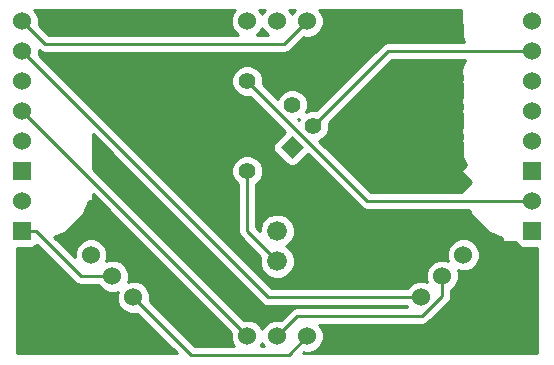
<source format=gtl>
G04 (created by PCBNEW (2011-nov-30)-testing) date Wed 12 Sep 2012 01:04:55 AM CST*
%MOIN*%
G04 Gerber Fmt 3.4, Leading zero omitted, Abs format*
%FSLAX34Y34*%
G01*
G70*
G90*
G04 APERTURE LIST*
%ADD10C,0.006*%
%ADD11C,0.06*%
%ADD12C,0.055*%
%ADD13R,0.06X0.06*%
%ADD14C,0.066*%
%ADD15C,0.01*%
G04 APERTURE END LIST*
G54D10*
G54D11*
X27500Y-28000D03*
X28500Y-28000D03*
X29500Y-28000D03*
X29500Y-17500D03*
X28500Y-17500D03*
X27500Y-17500D03*
X22293Y-25293D03*
X23000Y-26000D03*
X23707Y-26707D03*
X33293Y-26707D03*
X34000Y-26000D03*
X34707Y-25293D03*
G54D10*
G36*
X29000Y-21318D02*
X29389Y-21707D01*
X29000Y-22096D01*
X28611Y-21707D01*
X29000Y-21318D01*
X29000Y-21318D01*
G37*
G54D12*
X29707Y-21000D03*
X29000Y-20293D03*
X27500Y-22500D03*
X27500Y-19500D03*
G54D13*
X20000Y-24500D03*
G54D11*
X20000Y-23500D03*
G54D13*
X37000Y-24500D03*
G54D11*
X37000Y-23500D03*
G54D13*
X20000Y-22500D03*
G54D11*
X20000Y-21500D03*
X20000Y-20500D03*
X20000Y-19500D03*
X20000Y-18500D03*
X20000Y-17500D03*
G54D13*
X37000Y-22500D03*
G54D11*
X37000Y-21500D03*
X37000Y-20500D03*
X37000Y-19500D03*
X37000Y-18500D03*
X37000Y-17500D03*
G54D14*
X28500Y-25500D03*
X28500Y-24500D03*
G54D15*
X27500Y-24500D02*
X27500Y-22500D01*
X28500Y-25500D02*
X27500Y-24500D01*
X31500Y-23500D02*
X27500Y-19500D01*
X37000Y-23500D02*
X31500Y-23500D01*
X28877Y-28623D02*
X29500Y-28000D01*
X25623Y-28623D02*
X28877Y-28623D01*
X23707Y-26707D02*
X25623Y-28623D01*
X32207Y-18500D02*
X29707Y-21000D01*
X37000Y-18500D02*
X32207Y-18500D01*
X28207Y-26707D02*
X33293Y-26707D01*
X20000Y-18500D02*
X28207Y-26707D01*
X28738Y-18262D02*
X29500Y-17500D01*
X20762Y-18262D02*
X28738Y-18262D01*
X20000Y-17500D02*
X20762Y-18262D01*
X21953Y-26000D02*
X23000Y-26000D01*
X20453Y-24500D02*
X21953Y-26000D01*
X20000Y-24500D02*
X20453Y-24500D01*
X29169Y-27331D02*
X28500Y-28000D01*
X33320Y-27331D02*
X29169Y-27331D01*
X34000Y-26651D02*
X33320Y-27331D01*
X34000Y-26000D02*
X34000Y-26651D01*
X20000Y-20500D02*
X27500Y-28000D01*
G54D10*
G36*
X25150Y-28575D02*
X19825Y-28575D01*
X19825Y-25049D01*
X20349Y-25049D01*
X20441Y-25011D01*
X20490Y-24961D01*
X21741Y-26212D01*
X21838Y-26277D01*
X21953Y-26300D01*
X22529Y-26300D01*
X22534Y-26311D01*
X22688Y-26465D01*
X22890Y-26549D01*
X23109Y-26549D01*
X23192Y-26514D01*
X23158Y-26597D01*
X23158Y-26816D01*
X23241Y-27018D01*
X23395Y-27172D01*
X23597Y-27256D01*
X23816Y-27256D01*
X23827Y-27251D01*
X25150Y-28575D01*
X25150Y-28575D01*
G37*
G54D15*
X25150Y-28575D02*
X19825Y-28575D01*
X19825Y-25049D01*
X20349Y-25049D01*
X20441Y-25011D01*
X20490Y-24961D01*
X21741Y-26212D01*
X21838Y-26277D01*
X21953Y-26300D01*
X22529Y-26300D01*
X22534Y-26311D01*
X22688Y-26465D01*
X22890Y-26549D01*
X23109Y-26549D01*
X23192Y-26514D01*
X23158Y-26597D01*
X23158Y-26816D01*
X23241Y-27018D01*
X23395Y-27172D01*
X23597Y-27256D01*
X23816Y-27256D01*
X23827Y-27251D01*
X25150Y-28575D01*
G54D10*
G36*
X27046Y-28323D02*
X25747Y-28323D01*
X24251Y-26827D01*
X24256Y-26817D01*
X24256Y-26598D01*
X24173Y-26396D01*
X24019Y-26242D01*
X23817Y-26158D01*
X23598Y-26158D01*
X23514Y-26192D01*
X23549Y-26110D01*
X23549Y-25891D01*
X23466Y-25689D01*
X23312Y-25535D01*
X23110Y-25451D01*
X22891Y-25451D01*
X22807Y-25485D01*
X22842Y-25403D01*
X22842Y-25184D01*
X22759Y-24982D01*
X22605Y-24828D01*
X22403Y-24744D01*
X22184Y-24744D01*
X21982Y-24827D01*
X21828Y-24981D01*
X21744Y-25183D01*
X21744Y-25367D01*
X21074Y-24697D01*
X21462Y-24537D01*
X22039Y-23960D01*
X22228Y-23500D01*
X22350Y-23500D01*
X22350Y-23274D01*
X26955Y-27880D01*
X26951Y-27890D01*
X26951Y-28109D01*
X27034Y-28311D01*
X27046Y-28323D01*
X27046Y-28323D01*
G37*
G54D15*
X27046Y-28323D02*
X25747Y-28323D01*
X24251Y-26827D01*
X24256Y-26817D01*
X24256Y-26598D01*
X24173Y-26396D01*
X24019Y-26242D01*
X23817Y-26158D01*
X23598Y-26158D01*
X23514Y-26192D01*
X23549Y-26110D01*
X23549Y-25891D01*
X23466Y-25689D01*
X23312Y-25535D01*
X23110Y-25451D01*
X22891Y-25451D01*
X22807Y-25485D01*
X22842Y-25403D01*
X22842Y-25184D01*
X22759Y-24982D01*
X22605Y-24828D01*
X22403Y-24744D01*
X22184Y-24744D01*
X21982Y-24827D01*
X21828Y-24981D01*
X21744Y-25183D01*
X21744Y-25367D01*
X21074Y-24697D01*
X21462Y-24537D01*
X22039Y-23960D01*
X22228Y-23500D01*
X22350Y-23500D01*
X22350Y-23274D01*
X26955Y-27880D01*
X26951Y-27890D01*
X26951Y-28109D01*
X27034Y-28311D01*
X27046Y-28323D01*
G54D10*
G36*
X27185Y-17962D02*
X20886Y-17962D01*
X20544Y-17620D01*
X20549Y-17610D01*
X20549Y-17391D01*
X20466Y-17189D01*
X20402Y-17125D01*
X27098Y-17125D01*
X27035Y-17188D01*
X26951Y-17390D01*
X26951Y-17609D01*
X27034Y-17811D01*
X27185Y-17962D01*
X27185Y-17962D01*
G37*
G54D15*
X27185Y-17962D02*
X20886Y-17962D01*
X20544Y-17620D01*
X20549Y-17610D01*
X20549Y-17391D01*
X20466Y-17189D01*
X20402Y-17125D01*
X27098Y-17125D01*
X27035Y-17188D01*
X26951Y-17390D01*
X26951Y-17609D01*
X27034Y-17811D01*
X27185Y-17962D01*
G54D10*
G36*
X28046Y-28323D02*
X27954Y-28323D01*
X27965Y-28312D01*
X27999Y-28228D01*
X28034Y-28311D01*
X28046Y-28323D01*
X28046Y-28323D01*
G37*
G54D15*
X28046Y-28323D02*
X27954Y-28323D01*
X27965Y-28312D01*
X27999Y-28228D01*
X28034Y-28311D01*
X28046Y-28323D01*
G54D10*
G36*
X28098Y-17125D02*
X28035Y-17188D01*
X28000Y-17271D01*
X27966Y-17189D01*
X27902Y-17125D01*
X28098Y-17125D01*
X28098Y-17125D01*
G37*
G54D15*
X28098Y-17125D02*
X28035Y-17188D01*
X28000Y-17271D01*
X27966Y-17189D01*
X27902Y-17125D01*
X28098Y-17125D01*
G54D10*
G36*
X28185Y-17962D02*
X27815Y-17962D01*
X27965Y-17812D01*
X27999Y-17728D01*
X28034Y-17811D01*
X28185Y-17962D01*
X28185Y-17962D01*
G37*
G54D15*
X28185Y-17962D02*
X27815Y-17962D01*
X27965Y-17812D01*
X27999Y-17728D01*
X28034Y-17811D01*
X28185Y-17962D01*
G54D10*
G36*
X29098Y-17125D02*
X29035Y-17188D01*
X29000Y-17271D01*
X28966Y-17189D01*
X28902Y-17125D01*
X29098Y-17125D01*
X29098Y-17125D01*
G37*
G54D15*
X29098Y-17125D02*
X29035Y-17188D01*
X29000Y-17271D01*
X28966Y-17189D01*
X28902Y-17125D01*
X29098Y-17125D01*
G54D10*
G36*
X29236Y-20762D02*
X29222Y-20797D01*
X29201Y-20777D01*
X29236Y-20762D01*
X29236Y-20762D01*
G37*
G54D15*
X29236Y-20762D02*
X29222Y-20797D01*
X29201Y-20777D01*
X29236Y-20762D01*
G54D10*
G36*
X32840Y-27031D02*
X29169Y-27031D01*
X29054Y-27054D01*
X28957Y-27119D01*
X28620Y-27455D01*
X28610Y-27451D01*
X28391Y-27451D01*
X28189Y-27534D01*
X28035Y-27688D01*
X28000Y-27771D01*
X27966Y-27689D01*
X27812Y-27535D01*
X27610Y-27451D01*
X27391Y-27451D01*
X27380Y-27455D01*
X22350Y-22425D01*
X22350Y-21937D01*
X22360Y-21912D01*
X22350Y-21509D01*
X22350Y-21500D01*
X22349Y-21500D01*
X22344Y-21268D01*
X27995Y-26919D01*
X28092Y-26984D01*
X28207Y-27007D01*
X32822Y-27007D01*
X32827Y-27018D01*
X32840Y-27031D01*
X32840Y-27031D01*
G37*
G54D15*
X32840Y-27031D02*
X29169Y-27031D01*
X29054Y-27054D01*
X28957Y-27119D01*
X28620Y-27455D01*
X28610Y-27451D01*
X28391Y-27451D01*
X28189Y-27534D01*
X28035Y-27688D01*
X28000Y-27771D01*
X27966Y-27689D01*
X27812Y-27535D01*
X27610Y-27451D01*
X27391Y-27451D01*
X27380Y-27455D01*
X22350Y-22425D01*
X22350Y-21937D01*
X22360Y-21912D01*
X22350Y-21509D01*
X22350Y-21500D01*
X22349Y-21500D01*
X22344Y-21268D01*
X27995Y-26919D01*
X28092Y-26984D01*
X28207Y-27007D01*
X32822Y-27007D01*
X32827Y-27018D01*
X32840Y-27031D01*
G54D10*
G36*
X34962Y-22849D02*
X34650Y-23162D01*
X34650Y-23200D01*
X31624Y-23200D01*
X29908Y-21484D01*
X30004Y-21445D01*
X30152Y-21298D01*
X30232Y-21105D01*
X30232Y-20899D01*
X32331Y-18800D01*
X34751Y-18800D01*
X34640Y-19088D01*
X34648Y-19464D01*
X34599Y-19514D01*
X34651Y-19566D01*
X34662Y-20022D01*
X34663Y-20026D01*
X34640Y-20088D01*
X34648Y-20436D01*
X34599Y-20486D01*
X34613Y-20500D01*
X34599Y-20514D01*
X34651Y-20566D01*
X34662Y-21022D01*
X34663Y-21026D01*
X34640Y-21088D01*
X34648Y-21436D01*
X34599Y-21486D01*
X34650Y-21537D01*
X34656Y-21778D01*
X34650Y-21794D01*
X34650Y-21838D01*
X34657Y-21845D01*
X34662Y-22022D01*
X34779Y-22305D01*
X34599Y-22486D01*
X34962Y-22849D01*
X34962Y-22849D01*
G37*
G54D15*
X34962Y-22849D02*
X34650Y-23162D01*
X34650Y-23200D01*
X31624Y-23200D01*
X29908Y-21484D01*
X30004Y-21445D01*
X30152Y-21298D01*
X30232Y-21105D01*
X30232Y-20899D01*
X32331Y-18800D01*
X34751Y-18800D01*
X34640Y-19088D01*
X34648Y-19464D01*
X34599Y-19514D01*
X34651Y-19566D01*
X34662Y-20022D01*
X34663Y-20026D01*
X34640Y-20088D01*
X34648Y-20436D01*
X34599Y-20486D01*
X34613Y-20500D01*
X34599Y-20514D01*
X34651Y-20566D01*
X34662Y-21022D01*
X34663Y-21026D01*
X34640Y-21088D01*
X34648Y-21436D01*
X34599Y-21486D01*
X34650Y-21537D01*
X34656Y-21778D01*
X34650Y-21794D01*
X34650Y-21838D01*
X34657Y-21845D01*
X34662Y-22022D01*
X34779Y-22305D01*
X34599Y-22486D01*
X34962Y-22849D01*
G54D10*
G36*
X37175Y-28575D02*
X29349Y-28575D01*
X29379Y-28544D01*
X29390Y-28549D01*
X29609Y-28549D01*
X29811Y-28466D01*
X29965Y-28312D01*
X30049Y-28110D01*
X30049Y-27891D01*
X29966Y-27689D01*
X29908Y-27631D01*
X33320Y-27631D01*
X33435Y-27608D01*
X33532Y-27543D01*
X34212Y-26864D01*
X34212Y-26863D01*
X34277Y-26766D01*
X34299Y-26651D01*
X34300Y-26651D01*
X34300Y-26470D01*
X34311Y-26466D01*
X34465Y-26312D01*
X34549Y-26110D01*
X34549Y-25891D01*
X34514Y-25807D01*
X34597Y-25842D01*
X34816Y-25842D01*
X35018Y-25759D01*
X35172Y-25605D01*
X35256Y-25403D01*
X35256Y-25184D01*
X35173Y-24982D01*
X35019Y-24828D01*
X34817Y-24744D01*
X34598Y-24744D01*
X34396Y-24827D01*
X34242Y-24981D01*
X34158Y-25183D01*
X34158Y-25402D01*
X34192Y-25485D01*
X34110Y-25451D01*
X33891Y-25451D01*
X33689Y-25534D01*
X33535Y-25688D01*
X33451Y-25890D01*
X33451Y-26109D01*
X33485Y-26192D01*
X33403Y-26158D01*
X33184Y-26158D01*
X32982Y-26241D01*
X32828Y-26395D01*
X32823Y-26407D01*
X29080Y-26407D01*
X29080Y-25616D01*
X29080Y-25385D01*
X28992Y-25172D01*
X28829Y-25009D01*
X28808Y-25000D01*
X28828Y-24992D01*
X28991Y-24829D01*
X29080Y-24616D01*
X29080Y-24385D01*
X28992Y-24172D01*
X28829Y-24009D01*
X28616Y-23920D01*
X28385Y-23920D01*
X28172Y-24008D01*
X28009Y-24171D01*
X27920Y-24384D01*
X27920Y-24496D01*
X27800Y-24376D01*
X27800Y-22942D01*
X27945Y-22798D01*
X28025Y-22605D01*
X28025Y-22396D01*
X27945Y-22203D01*
X27798Y-22055D01*
X27605Y-21975D01*
X27396Y-21975D01*
X27203Y-22055D01*
X27055Y-22202D01*
X26975Y-22395D01*
X26975Y-22604D01*
X27055Y-22797D01*
X27200Y-22942D01*
X27200Y-24500D01*
X27223Y-24615D01*
X27288Y-24712D01*
X27931Y-25355D01*
X27920Y-25384D01*
X27920Y-25615D01*
X28008Y-25828D01*
X28171Y-25991D01*
X28384Y-26080D01*
X28615Y-26080D01*
X28828Y-25992D01*
X28991Y-25829D01*
X29080Y-25616D01*
X29080Y-26407D01*
X28331Y-26407D01*
X20544Y-18620D01*
X20549Y-18610D01*
X20549Y-18474D01*
X20550Y-18474D01*
X20647Y-18539D01*
X20762Y-18562D01*
X28738Y-18562D01*
X28853Y-18539D01*
X28950Y-18474D01*
X29379Y-18044D01*
X29390Y-18049D01*
X29609Y-18049D01*
X29811Y-17966D01*
X29965Y-17812D01*
X30049Y-17610D01*
X30049Y-17391D01*
X29966Y-17189D01*
X29902Y-17125D01*
X34640Y-17125D01*
X34662Y-18022D01*
X34735Y-18200D01*
X32207Y-18200D01*
X32092Y-18223D01*
X31994Y-18288D01*
X29807Y-20475D01*
X29603Y-20475D01*
X29470Y-20530D01*
X29525Y-20398D01*
X29525Y-20189D01*
X29445Y-19996D01*
X29298Y-19848D01*
X29105Y-19768D01*
X28896Y-19768D01*
X28703Y-19848D01*
X28555Y-19995D01*
X28515Y-20091D01*
X28025Y-19600D01*
X28025Y-19396D01*
X27945Y-19203D01*
X27798Y-19055D01*
X27605Y-18975D01*
X27396Y-18975D01*
X27203Y-19055D01*
X27055Y-19202D01*
X26975Y-19395D01*
X26975Y-19604D01*
X27055Y-19797D01*
X27202Y-19945D01*
X27395Y-20025D01*
X27600Y-20025D01*
X28770Y-21195D01*
X28400Y-21566D01*
X28362Y-21658D01*
X28362Y-21756D01*
X28400Y-21848D01*
X28470Y-21918D01*
X28859Y-22307D01*
X28951Y-22345D01*
X29049Y-22345D01*
X29141Y-22307D01*
X29211Y-22237D01*
X29511Y-21936D01*
X31287Y-23712D01*
X31288Y-23712D01*
X31385Y-23777D01*
X31499Y-23799D01*
X31500Y-23800D01*
X34895Y-23800D01*
X34961Y-23960D01*
X35538Y-24537D01*
X36000Y-24728D01*
X36000Y-24850D01*
X36451Y-24850D01*
X36489Y-24941D01*
X36559Y-25011D01*
X36650Y-25049D01*
X36749Y-25049D01*
X37175Y-25049D01*
X37175Y-28575D01*
X37175Y-28575D01*
G37*
G54D15*
X37175Y-28575D02*
X29349Y-28575D01*
X29379Y-28544D01*
X29390Y-28549D01*
X29609Y-28549D01*
X29811Y-28466D01*
X29965Y-28312D01*
X30049Y-28110D01*
X30049Y-27891D01*
X29966Y-27689D01*
X29908Y-27631D01*
X33320Y-27631D01*
X33435Y-27608D01*
X33532Y-27543D01*
X34212Y-26864D01*
X34212Y-26863D01*
X34277Y-26766D01*
X34299Y-26651D01*
X34300Y-26651D01*
X34300Y-26470D01*
X34311Y-26466D01*
X34465Y-26312D01*
X34549Y-26110D01*
X34549Y-25891D01*
X34514Y-25807D01*
X34597Y-25842D01*
X34816Y-25842D01*
X35018Y-25759D01*
X35172Y-25605D01*
X35256Y-25403D01*
X35256Y-25184D01*
X35173Y-24982D01*
X35019Y-24828D01*
X34817Y-24744D01*
X34598Y-24744D01*
X34396Y-24827D01*
X34242Y-24981D01*
X34158Y-25183D01*
X34158Y-25402D01*
X34192Y-25485D01*
X34110Y-25451D01*
X33891Y-25451D01*
X33689Y-25534D01*
X33535Y-25688D01*
X33451Y-25890D01*
X33451Y-26109D01*
X33485Y-26192D01*
X33403Y-26158D01*
X33184Y-26158D01*
X32982Y-26241D01*
X32828Y-26395D01*
X32823Y-26407D01*
X29080Y-26407D01*
X29080Y-25616D01*
X29080Y-25385D01*
X28992Y-25172D01*
X28829Y-25009D01*
X28808Y-25000D01*
X28828Y-24992D01*
X28991Y-24829D01*
X29080Y-24616D01*
X29080Y-24385D01*
X28992Y-24172D01*
X28829Y-24009D01*
X28616Y-23920D01*
X28385Y-23920D01*
X28172Y-24008D01*
X28009Y-24171D01*
X27920Y-24384D01*
X27920Y-24496D01*
X27800Y-24376D01*
X27800Y-22942D01*
X27945Y-22798D01*
X28025Y-22605D01*
X28025Y-22396D01*
X27945Y-22203D01*
X27798Y-22055D01*
X27605Y-21975D01*
X27396Y-21975D01*
X27203Y-22055D01*
X27055Y-22202D01*
X26975Y-22395D01*
X26975Y-22604D01*
X27055Y-22797D01*
X27200Y-22942D01*
X27200Y-24500D01*
X27223Y-24615D01*
X27288Y-24712D01*
X27931Y-25355D01*
X27920Y-25384D01*
X27920Y-25615D01*
X28008Y-25828D01*
X28171Y-25991D01*
X28384Y-26080D01*
X28615Y-26080D01*
X28828Y-25992D01*
X28991Y-25829D01*
X29080Y-25616D01*
X29080Y-26407D01*
X28331Y-26407D01*
X20544Y-18620D01*
X20549Y-18610D01*
X20549Y-18474D01*
X20550Y-18474D01*
X20647Y-18539D01*
X20762Y-18562D01*
X28738Y-18562D01*
X28853Y-18539D01*
X28950Y-18474D01*
X29379Y-18044D01*
X29390Y-18049D01*
X29609Y-18049D01*
X29811Y-17966D01*
X29965Y-17812D01*
X30049Y-17610D01*
X30049Y-17391D01*
X29966Y-17189D01*
X29902Y-17125D01*
X34640Y-17125D01*
X34662Y-18022D01*
X34735Y-18200D01*
X32207Y-18200D01*
X32092Y-18223D01*
X31994Y-18288D01*
X29807Y-20475D01*
X29603Y-20475D01*
X29470Y-20530D01*
X29525Y-20398D01*
X29525Y-20189D01*
X29445Y-19996D01*
X29298Y-19848D01*
X29105Y-19768D01*
X28896Y-19768D01*
X28703Y-19848D01*
X28555Y-19995D01*
X28515Y-20091D01*
X28025Y-19600D01*
X28025Y-19396D01*
X27945Y-19203D01*
X27798Y-19055D01*
X27605Y-18975D01*
X27396Y-18975D01*
X27203Y-19055D01*
X27055Y-19202D01*
X26975Y-19395D01*
X26975Y-19604D01*
X27055Y-19797D01*
X27202Y-19945D01*
X27395Y-20025D01*
X27600Y-20025D01*
X28770Y-21195D01*
X28400Y-21566D01*
X28362Y-21658D01*
X28362Y-21756D01*
X28400Y-21848D01*
X28470Y-21918D01*
X28859Y-22307D01*
X28951Y-22345D01*
X29049Y-22345D01*
X29141Y-22307D01*
X29211Y-22237D01*
X29511Y-21936D01*
X31287Y-23712D01*
X31288Y-23712D01*
X31385Y-23777D01*
X31499Y-23799D01*
X31500Y-23800D01*
X34895Y-23800D01*
X34961Y-23960D01*
X35538Y-24537D01*
X36000Y-24728D01*
X36000Y-24850D01*
X36451Y-24850D01*
X36489Y-24941D01*
X36559Y-25011D01*
X36650Y-25049D01*
X36749Y-25049D01*
X37175Y-25049D01*
X37175Y-28575D01*
M02*

</source>
